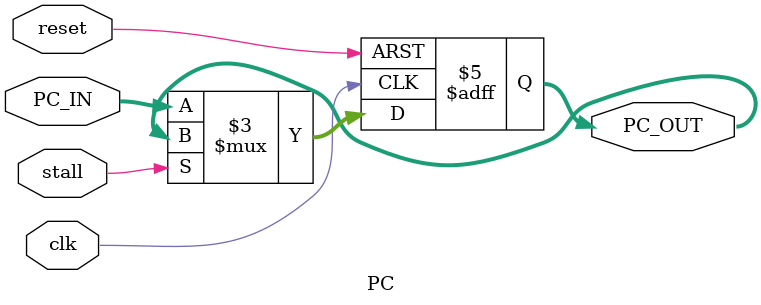
<source format=v>
module PC (
    input wire clk, 
    input wire reset,
    input wire stall,
    input wire [31:0] PC_IN,
    output reg [31:0] PC_OUT
);
always @(posedge clk or posedge reset) begin
    if (reset)
        PC_OUT <= 32'h0000;
    else if (!stall)
        PC_OUT <= PC_IN;
    // در صورت stall، مقدار قبلی حفظ می‌شود.
end
endmodule

</source>
